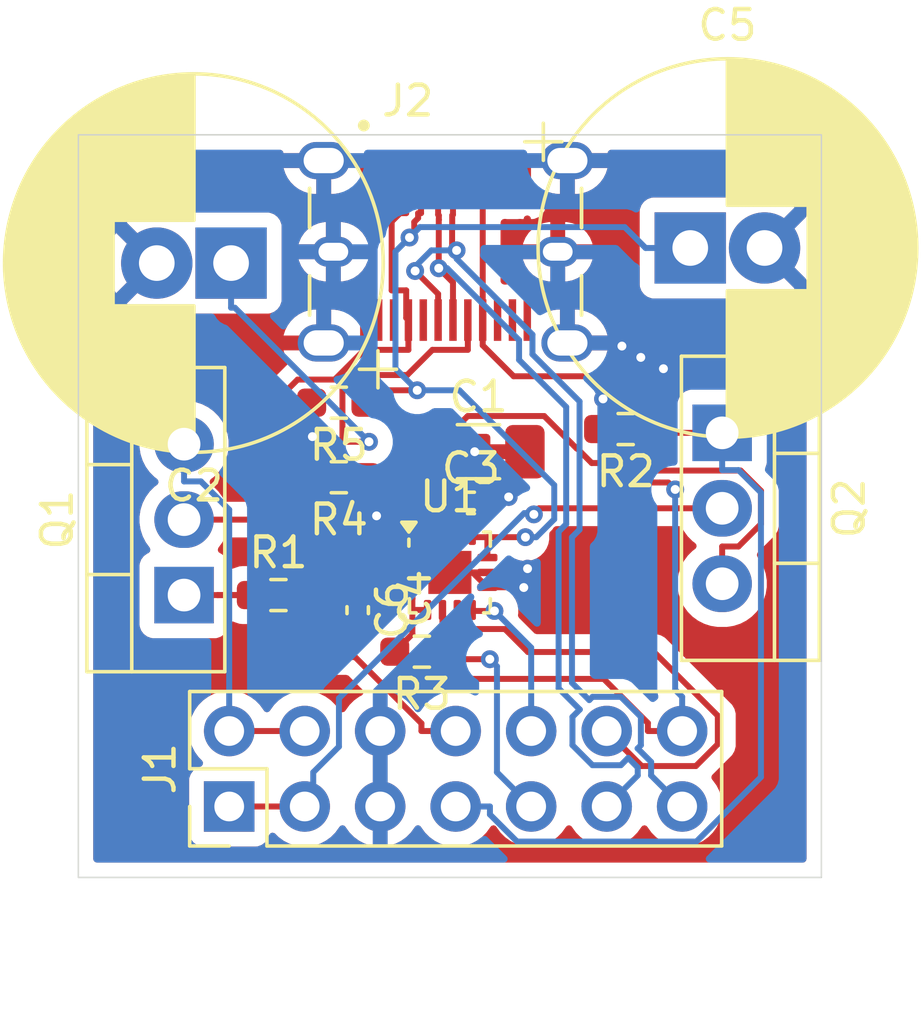
<source format=kicad_pcb>
(kicad_pcb (version 20241229) (generator "pcbnew") (generator_version "9.0")
  (layers (0 "F.Cu" signal) (2 "B.Cu" signal) (13 "F.Paste" user) (15 "B.Paste" user) (5 "F.SilkS" user "F.Silkscreen") (7 "B.SilkS" user "B.Silkscreen") (1 "F.Mask" user) (3 "B.Mask" user) (25 "Edge.Cuts" user))
  (net 0 "")
  (net 1 "+3.3V")
  (net 2 "GND")
  (net 3 "/CC2")
  (net 4 "/CC1")
  (net 5 "/SCL")
  (net 6 "+12V")
  (net 7 "+5V")
  (net 8 "/12_EN")
  (net 9 "/5_EN")
  (net 10 "/D+")
  (net 11 "/INT")
  (net 12 "/D-")
  (net 13 "/SDA")
  (net 14 "VBUS")
  (footprint "Resistor_SMD:R_0603_1608Metric_Pad0.98x0.95mm_HandSolder" (layer "F.Cu") (at 149.225 68.453 180)
    (property "Reference" "R5" (at 0 -1.43 0) (layer "F.SilkS"))
    (property "Value" "5.1k")
    (pad "1" smd roundrect (at -0.9125 0 180) (size 0.975 0.95) (layers "F.Cu" "F.Mask" "F.Paste") (net 4 "/CC1"))
    (pad "2" smd roundrect (at 0.9125 0 180) (size 0.975 0.95) (layers "F.Cu" "F.Mask" "F.Paste") (net 2 "GND"))
  )
  (footprint "Resistor_SMD:R_0603_1608Metric_Pad0.98x0.95mm_HandSolder" (layer "F.Cu") (at 158.877 69.342 180)
    (property "Reference" "R2" (at 0 -1.43 0) (layer "F.SilkS"))
    (property "Value" "1k")
    (pad "1" smd roundrect (at -0.9125 0 180) (size 0.975 0.95) (layers "F.Cu" "F.Mask" "F.Paste") (net 9 "/5_EN"))
    (pad "2" smd roundrect (at 0.9125 0 180) (size 0.975 0.95) (layers "F.Cu" "F.Mask" "F.Paste") (net 2 "GND"))
  )
  (footprint "Capacitor_SMD:C_0402_1005Metric_Pad0.74x0.62mm_HandSolder" (layer "F.Cu") (at 153.67 71.828)
    (property "Reference" "C3" (at 0 -1.16 0) (layer "F.SilkS"))
    (property "Value" "0.1uf")
    (pad "1" smd roundrect (at -0.5675 0) (size 0.735 0.62) (layers "F.Cu" "F.Mask" "F.Paste") (net 1 "+3.3V"))
    (pad "2" smd roundrect (at 0.5675 0) (size 0.735 0.62) (layers "F.Cu" "F.Mask" "F.Paste") (net 2 "GND"))
  )
  (footprint "Resistor_SMD:R_0603_1608Metric_Pad0.98x0.95mm_HandSolder" (layer "F.Cu") (at 149.225 70.963 180)
    (property "Reference" "R4" (at 0 -1.43 0) (layer "F.SilkS"))
    (property "Value" "5.1k")
    (pad "1" smd roundrect (at -0.9125 0 180) (size 0.975 0.95) (layers "F.Cu" "F.Mask" "F.Paste") (net 3 "/CC2"))
    (pad "2" smd roundrect (at 0.9125 0 180) (size 0.975 0.95) (layers "F.Cu" "F.Mask" "F.Paste") (net 2 "GND"))
  )
  (footprint "USB-C:AMPHENOL_12401951E412A" (layer "F.Cu") (at 152.816 63.373)
    (property "Reference" "J2" (at -1.27 -5.08 0) (layer "F.SilkS"))
    (property "Value" "12401951E412A")
    (pad "A1" smd rect (at -2.75 -2.3) (size 0.25 1.4) (layers "F.Cu" "F.Mask" "F.Paste") (net 2 "GND"))
    (pad "A2" smd rect (at -2.25 -2.3) (size 0.25 1.4) (layers "F.Cu" "F.Mask" "F.Paste"))
    (pad "A3" smd rect (at -1.75 -2.3) (size 0.25 1.4) (layers "F.Cu" "F.Mask" "F.Paste"))
    (pad "A4" smd rect (at -1.25 -2.3) (size 0.25 1.4) (layers "F.Cu" "F.Mask" "F.Paste") (net 14 "VBUS"))
    (pad "A5" smd rect (at -0.75 -2.3) (size 0.25 1.4) (layers "F.Cu" "F.Mask" "F.Paste") (net 4 "/CC1"))
    (pad "A6" smd rect (at -0.25 -2.3) (size 0.25 1.4) (layers "F.Cu" "F.Mask" "F.Paste") (net 10 "/D+"))
    (pad "A7" smd rect (at 0.25 -2.3) (size 0.25 1.4) (layers "F.Cu" "F.Mask" "F.Paste") (net 12 "/D-"))
    (pad "A8" smd rect (at 0.75 -2.3) (size 0.25 1.4) (layers "F.Cu" "F.Mask" "F.Paste"))
    (pad "A9" smd rect (at 1.25 -2.3) (size 0.25 1.4) (layers "F.Cu" "F.Mask" "F.Paste") (net 14 "VBUS"))
    (pad "A10" smd rect (at 1.75 -2.3) (size 0.25 1.4) (layers "F.Cu" "F.Mask" "F.Paste"))
    (pad "A11" smd rect (at 2.25 -2.3) (size 0.25 1.4) (layers "F.Cu" "F.Mask" "F.Paste"))
    (pad "A12" smd rect (at 2.75 -2.3) (size 0.25 1.4) (layers "F.Cu" "F.Mask" "F.Paste") (net 2 "GND"))
    (pad "B1" smd rect (at 2.75 2.3) (size 0.25 1.4) (layers "F.Cu" "F.Mask" "F.Paste") (net 2 "GND"))
    (pad "B2" smd rect (at 2.25 2.3) (size 0.25 1.4) (layers "F.Cu" "F.Mask" "F.Paste"))
    (pad "B3" smd rect (at 1.75 2.3) (size 0.25 1.4) (layers "F.Cu" "F.Mask" "F.Paste"))
    (pad "B4" smd rect (at 1.25 2.3) (size 0.25 1.4) (layers "F.Cu" "F.Mask" "F.Paste") (net 14 "VBUS"))
    (pad "B5" smd rect (at 0.75 2.3) (size 0.25 1.4) (layers "F.Cu" "F.Mask" "F.Paste") (net 3 "/CC2"))
    (pad "B6" smd rect (at 0.25 2.3) (size 0.25 1.4) (layers "F.Cu" "F.Mask" "F.Paste") (net 10 "/D+"))
    (pad "B7" smd rect (at -0.25 2.3) (size 0.25 1.4) (layers "F.Cu" "F.Mask" "F.Paste") (net 12 "/D-"))
    (pad "B8" smd rect (at -0.75 2.3) (size 0.25 1.4) (layers "F.Cu" "F.Mask" "F.Paste"))
    (pad "B9" smd rect (at -1.25 2.3) (size 0.25 1.4) (layers "F.Cu" "F.Mask" "F.Paste") (net 14 "VBUS"))
    (pad "B10" smd rect (at -1.75 2.3) (size 0.25 1.4) (layers "F.Cu" "F.Mask" "F.Paste"))
    (pad "B11" smd rect (at -2.25 2.3) (size 0.25 1.4) (layers "F.Cu" "F.Mask" "F.Paste"))
    (pad "B12" smd rect (at -2.75 2.3) (size 0.25 1.4) (layers "F.Cu" "F.Mask" "F.Paste") (net 2 "GND"))
    (pad "SH1" thru_hole oval (at -4.1 -3.07) (size 1.75 1.25) (drill oval 1.35 0.85) (layers "*.Cu" "*.Mask") (net 2 "GND"))
    (pad "SH2" thru_hole oval (at 4.1 -3.07) (size 1.75 1.25) (drill oval 1.35 0.85) (layers "*.Cu" "*.Mask") (net 2 "GND"))
    (pad "SH3" thru_hole oval (at -3.775 0) (size 1.4 1) (drill oval 1 0.6) (layers "*.Cu" "*.Mask") (net 2 "GND"))
    (pad "SH4" thru_hole oval (at 3.775 0) (size 1.4 1) (drill oval 1 0.6) (layers "*.Cu" "*.Mask") (net 2 "GND"))
    (pad "SH5" thru_hole oval (at -4.1 3.07) (size 1.75 1.25) (drill oval 1.35 0.85) (layers "*.Cu" "*.Mask") (net 2 "GND"))
    (pad "SH6" thru_hole oval (at 4.1 3.07) (size 1.75 1.25) (drill oval 1.35 0.85) (layers "*.Cu" "*.Mask") (net 2 "GND"))
  )
  (footprint "Capacitor_THT:CP_Radial_D12.5mm_P2.50mm" (layer "F.Cu") (at 145.6 63.754 180)
    (property "Reference" "C2" (at 1.25 -7.5 0) (layer "F.SilkS"))
    (property "Value" "600pf")
    (pad "1" thru_hole rect (at 0 0 180) (size 2.4 2.4) (drill 1.2) (layers "*.Cu" "*.Mask") (net 3 "/CC2"))
    (pad "2" thru_hole circle (at 2.5 0 180) (size 2.4 2.4) (drill 1.2) (layers "*.Cu" "*.Mask") (net 2 "GND"))
  )
  (footprint "Capacitor_SMD:C_1206_3216Metric_Pad1.33x1.80mm_HandSolder" (layer "F.Cu") (at 153.924 70.104)
    (property "Reference" "C1" (at 0 -1.85 0) (layer "F.SilkS"))
    (property "Value" "220uf")
    (pad "1" smd roundrect (at -1.5625 0) (size 1.325 1.8) (layers "F.Cu" "F.Mask" "F.Paste") (roundrect_rratio 0.188679) (net 1 "+3.3V"))
    (pad "2" smd roundrect (at 1.5625 0) (size 1.325 1.8) (layers "F.Cu" "F.Mask" "F.Paste") (roundrect_rratio 0.188679) (net 2 "GND"))
  )
  (footprint "Connector_PinHeader_2.54mm:PinHeader_2x07_P2.54mm_Vertical" (layer "F.Cu") (at 145.537 82.047 90)
    (property "Reference" "J1" (at 1.27 -2.33 90) (layer "F.SilkS"))
    (property "Value" "Conn_02x07_Odd_Even")
    (pad "1" thru_hole rect (at 0 0 90) (size 1.7 1.7) (drill 1) (layers "*.Cu" "*.Mask") (net 7 "+5V"))
    (pad "2" thru_hole oval (at 2.54 0 90) (size 1.7 1.7) (drill 1) (layers "*.Cu" "*.Mask") (net 6 "+12V"))
    (pad "3" thru_hole oval (at 0 2.54 90) (size 1.7 1.7) (drill 1) (layers "*.Cu" "*.Mask") (net 7 "+5V"))
    (pad "4" thru_hole oval (at 2.54 2.54 90) (size 1.7 1.7) (drill 1) (layers "*.Cu" "*.Mask") (net 6 "+12V"))
    (pad "5" thru_hole oval (at 0 5.08 90) (size 1.7 1.7) (drill 1) (layers "*.Cu" "*.Mask") (net 2 "GND"))
    (pad "6" thru_hole oval (at 2.54 5.08 90) (size 1.7 1.7) (drill 1) (layers "*.Cu" "*.Mask") (net 2 "GND"))
    (pad "7" thru_hole oval (at 0 7.62 90) (size 1.7 1.7) (drill 1) (layers "*.Cu" "*.Mask") (net 9 "/5_EN"))
    (pad "8" thru_hole oval (at 2.54 7.62 90) (size 1.7 1.7) (drill 1) (layers "*.Cu" "*.Mask") (net 8 "/12_EN"))
    (pad "9" thru_hole oval (at 0 10.16 90) (size 1.7 1.7) (drill 1) (layers "*.Cu" "*.Mask") (net 11 "/INT"))
    (pad "10" thru_hole oval (at 2.54 10.16 90) (size 1.7 1.7) (drill 1) (layers "*.Cu" "*.Mask") (net 13 "/SDA"))
    (pad "11" thru_hole oval (at 0 12.7 90) (size 1.7 1.7) (drill 1) (layers "*.Cu" "*.Mask") (net 10 "/D+"))
    (pad "12" thru_hole oval (at 2.54 12.7 90) (size 1.7 1.7) (drill 1) (layers "*.Cu" "*.Mask") (net 5 "/SCL"))
    (pad "13" thru_hole oval (at 0 15.24 90) (size 1.7 1.7) (drill 1) (layers "*.Cu" "*.Mask") (net 12 "/D-"))
    (pad "14" thru_hole oval (at 2.54 15.24 90) (size 1.7 1.7) (drill 1) (layers "*.Cu" "*.Mask") (net 1 "+3.3V"))
  )
  (footprint "Capacitor_SMD:C_0201_0603Metric_Pad0.64x0.40mm_HandSolder" (layer "F.Cu") (at 150.749 75.057 -90)
    (property "Reference" "C4" (at 0 -1.05 90) (layer "F.SilkS"))
    (property "Value" "1uf")
    (pad "1" smd roundrect (at -0.4075 0 270) (size 0.635 0.4) (layers "F.Cu" "F.Mask") (net 1 "+3.3V"))
    (pad "2" smd roundrect (at 0.4075 0 270) (size 0.635 0.4) (layers "F.Cu" "F.Mask") (net 2 "GND"))
  )
  (footprint "Resistor_SMD:R_0603_1608Metric_Pad0.98x0.95mm_HandSolder" (layer "F.Cu") (at 147.193 74.93)
    (property "Reference" "R1" (at 0 -1.43 0) (layer "F.SilkS"))
    (property "Value" "1k")
    (pad "1" smd roundrect (at -0.9125 0) (size 0.975 0.95) (layers "F.Cu" "F.Mask" "F.Paste") (net 8 "/12_EN"))
    (pad "2" smd roundrect (at 0.9125 0) (size 0.975 0.95) (layers "F.Cu" "F.Mask" "F.Paste") (net 2 "GND"))
  )
  (footprint "Capacitor_THT:CP_Radial_D12.5mm_P2.50mm" (layer "F.Cu") (at 161.049 63.246)
    (property "Reference" "C5" (at 1.25 -7.5 0) (layer "F.SilkS"))
    (property "Value" "600pf")
    (pad "1" thru_hole rect (at 0 0) (size 2.4 2.4) (drill 1.2) (layers "*.Cu" "*.Mask") (net 4 "/CC1"))
    (pad "2" thru_hole circle (at 2.5 0) (size 2.4 2.4) (drill 1.2) (layers "*.Cu" "*.Mask") (net 2 "GND"))
  )
  (footprint "Package_TO_SOT_THT:TO-220-3_Vertical" (layer "F.Cu") (at 162.123 69.469 -90)
    (property "Reference" "Q2" (at 2.54 -4.27 90) (layer "F.SilkS"))
    (property "Value" "IRF4905")
    (pad "1" thru_hole rect (at 0 0 270) (size 1.905 2) (drill 1.1) (layers "*.Cu" "*.Mask") (net 9 "/5_EN"))
    (pad "2" thru_hole oval (at 2.54 0 270) (size 1.905 2) (drill 1.1) (layers "*.Cu" "*.Mask") (net 7 "+5V"))
    (pad "3" thru_hole oval (at 5.08 0 270) (size 1.905 2) (drill 1.1) (layers "*.Cu" "*.Mask") (net 14 "VBUS"))
  )
  (footprint "Resistor_SMD:R_0603_1608Metric_Pad0.98x0.95mm_HandSolder" (layer "F.Cu") (at 152.019 76.835 180)
    (property "Reference" "R3" (at 0 -1.43 0) (layer "F.SilkS"))
    (property "Value" "4.7k")
    (pad "1" smd roundrect (at -0.9125 0 180) (size 0.975 0.95) (layers "F.Cu" "F.Mask" "F.Paste") (net 11 "/INT"))
    (pad "2" smd roundrect (at 0.9125 0 180) (size 0.975 0.95) (layers "F.Cu" "F.Mask" "F.Paste") (net 1 "+3.3V"))
  )
  (footprint "Capacitor_SMD:C_0402_1005Metric_Pad0.74x0.62mm_HandSolder" (layer "F.Cu") (at 149.86 75.438 -90)
    (property "Reference" "C6" (at 0 -1.16 90) (layer "F.SilkS"))
    (property "Value" "0.1uf")
    (pad "1" smd roundrect (at -0.5675 0 270) (size 0.735 0.62) (layers "F.Cu" "F.Mask" "F.Paste") (net 1 "+3.3V"))
    (pad "2" smd roundrect (at 0.5675 0 270) (size 0.735 0.62) (layers "F.Cu" "F.Mask" "F.Paste") (net 2 "GND"))
  )
  (footprint "Package_TO_SOT_THT:TO-220-3_Vertical" (layer "F.Cu") (at 144.018 74.93 90)
    (property "Reference" "Q1" (at 2.54 -4.27 90) (layer "F.SilkS"))
    (property "Value" "IRLZ44N")
    (pad "1" thru_hole rect (at 0 0 90) (size 1.905 2) (drill 1.1) (layers "*.Cu" "*.Mask") (net 8 "/12_EN"))
    (pad "2" thru_hole oval (at 2.54 0 90) (size 1.905 2) (drill 1.1) (layers "*.Cu" "*.Mask") (net 14 "VBUS"))
    (pad "3" thru_hole oval (at 5.08 0 90) (size 1.905 2) (drill 1.1) (layers "*.Cu" "*.Mask") (net 6 "+12V"))
  )
  (footprint "Package_DFN_QFN:WQFN-14-1EP_2.5x2.5mm_P0.5mm_EP1.45x1.45mm" (layer "F.Cu") (at 152.962 74.168)
    (property "Reference" "U1" (at 0 -2.55 0) (layer "F.SilkS"))
    (property "Value" "FUSB302BMPX")
    (pad "1" smd roundrect (at -1.2625 -0.5) (size 0.675 0.25) (layers "F.Cu" "F.Mask" "F.Paste") (net 3 "/CC2"))
    (pad "2" smd roundrect (at -1.2625 0) (size 0.675 0.25) (layers "F.Cu" "F.Mask" "F.Paste") (net 14 "VBUS"))
    (pad "3" smd roundrect (at -1.2625 0.5) (size 0.675 0.25) (layers "F.Cu" "F.Mask" "F.Paste") (net 1 "+3.3V"))
    (pad "4" smd roundrect (at -0.75 1.2625) (size 0.25 0.675) (layers "F.Cu" "F.Mask" "F.Paste") (net 1 "+3.3V"))
    (pad "5" smd roundrect (at -0.25 1.2625) (size 0.25 0.675) (layers "F.Cu" "F.Mask" "F.Paste") (net 11 "/INT"))
    (pad "6" smd roundrect (at 0.25 1.2625) (size 0.25 0.675) (layers "F.Cu" "F.Mask" "F.Paste") (net 5 "/SCL"))
    (pad "7" smd roundrect (at 0.75 1.2625) (size 0.25 0.675) (layers "F.Cu" "F.Mask" "F.Paste") (net 13 "/SDA"))
    (pad "8" smd roundrect (at 1.2625 0.5) (size 0.675 0.25) (layers "F.Cu" "F.Mask" "F.Paste") (net 2 "GND"))
    (pad "9" smd roundrect (at 1.2625 0) (size 0.675 0.25) (layers "F.Cu" "F.Mask" "F.Paste") (net 2 "GND"))
    (pad "10" smd roundrect (at 1.2625 -0.5) (size 0.675 0.25) (layers "F.Cu" "F.Mask" "F.Paste") (net 4 "/CC1"))
    (pad "11" smd roundrect (at 0.75 -1.2625) (size 0.25 0.675) (layers "F.Cu" "F.Mask" "F.Paste") (net 4 "/CC1"))
    (pad "12" smd roundrect (at 0.25 -1.2625) (size 0.25 0.675) (layers "F.Cu" "F.Mask" "F.Paste") (net 1 "+3.3V"))
    (pad "13" smd roundrect (at -0.25 -1.2625) (size 0.25 0.675) (layers "F.Cu" "F.Mask" "F.Paste") (net 1 "+3.3V"))
    (pad "14" smd roundrect (at -0.75 -1.2625) (size 0.25 0.675) (layers "F.Cu" "F.Mask" "F.Paste") (net 3 "/CC2"))
    (pad "15" smd rect (at 0 0) (size 1.45 1.45) (property pad_prop_heatsink) (layers "F.Cu" "F.Mask") (net 2 "GND"))
  )
  (gr_rect (start 140.462 59.436) (end 165.462 84.436) (stroke (width 0.05)) (fill no) (layer "Edge.Cuts"))
  (segment (start 159.6919 71.14) (end 159.691872 71.139972) (width 0.2) (layer "F.Cu") (net 1))
  (segment (start 153.212 72.9055) (end 153.212 71.9375) (width 0.2) (layer "F.Cu") (net 1))
  (segment (start 153.102 71.5087) (end 153.1025 71.5092) (width 0.2) (layer "F.Cu") (net 1))
  (segment (start 151.6995 75.0487) (end 151.6995 74.668) (width 0.2) (layer "F.Cu") (net 1))
  (segment (start 157.226 69.99484) (end 156.13416 68.903) (width 0.2) (layer "F.Cu") (net 1))
  (segment (start 151.7 75.4305) (end 152.212 75.4305) (width 0.2) (layer "F.Cu") (net 1))
  (segment (start 151.7 75.0492) (end 151.7 74.668) (width 0.2) (layer "F.Cu") (net 1))
  (segment (start 156.13416 68.903) (end 153.5625 68.903) (width 0.2) (layer "F.Cu") (net 1))
  (segment (start 159.457 70.9051) (end 159.457 70.90506) (width 0.2) (layer "F.Cu") (net 1))
  (segment (start 160.02406 71.14) (end 160.024032 71.140028) (width 0.2) (layer "F.Cu") (net 1))
  (segment (start 151.7 76.242) (end 151.7 75.4305) (width 0.2) (layer "F.Cu") (net 1))
  (segment (start 152.023 77.7515) (end 151.106 76.835) (width 0.2) (layer "F.Cu") (net 1))
  (segment (start 160.777 79.507) (end 159.625 79.507) (width 0.2) (layer "F.Cu") (net 1))
  (segment (start 160.024032 71.140028) (end 159.857933 71.14) (width 0.2) (layer "F.Cu") (net 1))
  (segment (start 152.712 72.9055) (end 153.212 72.9055) (width 0.2) (layer "F.Cu") (net 1))
  (segment (start 157.24384 69.99484) (end 157.226 69.99484) (width 0.2) (layer "F.Cu") (net 1))
  (segment (start 159.457 70.90506) (end 159.037081 70.485) (width 0.2) (layer "F.Cu") (net 1))
  (segment (start 152.732 70.4745) (end 152.3615 70.104) (width 0.2) (layer "F.Cu") (net 1))
  (segment (start 159.691834 71.139972) (end 159.578149 71.026249) (width 0.2) (layer "F.Cu") (net 1))
  (segment (start 151.7 75.0492) (end 151.6995 75.0487) (width 0.2) (layer "F.Cu") (net 1))
  (segment (start 153.102 71.5087) (end 153.102 71.1894) (width 0.2) (layer "F.Cu") (net 1))
  (segment (start 159.578149 71.026249) (end 159.457 70.9051) (width 0.2) (layer "F.Cu") (net 1))
  (segment (start 151.1779 76.7636) (end 151.1779 76.7632) (width 0.2) (layer "F.Cu") (net 1))
  (segment (start 151.106 76.835) (end 151.1779 76.7632) (width 0.2) (layer "F.Cu") (net 1))
  (segment (start 159.037081 70.485) (end 157.734 70.485) (width 0.2) (layer "F.Cu") (net 1))
  (segment (start 159.625 79.2385) (end 158.138 77.7515) (width 0.2) (layer "F.Cu") (net 1))
  (segment (start 159.691872 71.139972) (end 159.691834 71.139972) (width 0.2) (layer "F.Cu") (net 1))
  (segment (start 152.732 70.4745) (end 152.362 70.104) (width 0.2) (layer "F.Cu") (net 1))
  (segment (start 151.1779 76.7632) (end 151.7 76.242) (width 0.2) (layer "F.Cu") (net 1))
  (segment (start 151.7 75.4305) (end 151.7 75.0492) (width 0.2) (layer "F.Cu") (net 1))
  (segment (start 160.542 71.374) (end 160.308 71.14) (width 0.2) (layer "F.Cu") (net 1))
  (segment (start 153.1025 71.5092) (end 153.1025 71.828) (width 0.2) (layer "F.Cu") (net 1))
  (segment (start 153.102 71.1894) (end 153.102 70.845) (width 0.2) (layer "F.Cu") (net 1))
  (segment (start 159.857933 71.14) (end 159.6919 71.14) (width 0.2) (layer "F.Cu") (net 1))
  (segment (start 149.86 74.8705) (end 150.081 74.6495) (width 0.2) (layer "F.Cu") (net 1))
  (segment (start 153.5625 68.903) (end 152.3615 70.104) (width 0.2) (layer "F.Cu") (net 1))
  (segment (start 159.625 79.507) (end 159.625 79.2385) (width 0.2) (layer "F.Cu") (net 1))
  (segment (start 153.102 71.828) (end 153.102 71.5087) (width 0.2) (layer "F.Cu") (net 1))
  (segment (start 150.081 74.6495) (end 150.749 74.6495) (width 0.2) (layer "F.Cu") (net 1))
  (segment (start 151.1065 76.835) (end 151.1779 76.7636) (width 0.2) (layer "F.Cu") (net 1))
  (segment (start 151.681 74.6495) (end 150.749 74.6495) (width 0.2) (layer "F.Cu") (net 1))
  (segment (start 160.308 71.14) (end 160.02406 71.14) (width 0.2) (layer "F.Cu") (net 1))
  (segment (start 157.734 70.485) (end 157.24384 69.99484) (width 0.2) (layer "F.Cu") (net 1))
  (segment (start 153.102 70.845) (end 152.732 70.4745) (width 0.2) (layer "F.Cu") (net 1))
  (segment (start 158.138 77.7515) (end 152.023 77.7515) (width 0.2) (layer "F.Cu") (net 1))
  (segment (start 153.212 71.9375) (end 153.102 71.828) (width 0.2) (layer "F.Cu") (net 1))
  (segment (start 151.7 74.668) (end 151.681 74.6495) (width 0.2) (layer "F.Cu") (net 1))
  (via (at 160.542 71.374) (size 0.6) (drill 0.3) (layers "F.Cu" "B.Cu") (net 1))
  (segment (start 160.542 78.1208) (end 160.542 71.374) (width 0.2) (layer "B.Cu") (net 1))
  (segment (start 160.777 78.3553) (end 160.542 78.1208) (width 0.2) (layer "B.Cu") (net 1))
  (segment (start 160.777 79.507) (end 160.777 78.3553) (width 0.2) (layer "B.Cu") (net 1))
  (segment (start 153.7245 74.168) (end 154.2245 74.668) (width 0.2) (layer "F.Cu") (net 2))
  (segment (start 155.44 74.668) (end 155.448 74.676) (width 0.2) (layer "F.Cu") (net 2))
  (segment (start 152.962 74.168) (end 154.2245 74.168) (width 0.2) (layer "F.Cu") (net 2))
  (segment (start 158.115 69.1915) (end 157.9645 69.342) (width 0.2) (layer "F.Cu") (net 2))
  (segment (start 152.962 74.168) (end 153.7245 74.168) (width 0.2) (layer "F.Cu") (net 2))
  (segment (start 158.115 68.326) (end 158.115 69.1915) (width 0.2) (layer "F.Cu") (net 2))
  (segment (start 154.2245 74.668) (end 155.44 74.668) (width 0.2) (layer "F.Cu") (net 2))
  (segment (start 155.448 74.168) (end 155.575 74.041) (width 0.2) (layer "F.Cu") (net 2))
  (segment (start 154.2245 74.168) (end 155.448 74.168) (width 0.2) (layer "F.Cu") (net 2))
  (via (at 159.385 66.929) (size 0.6) (drill 0.3) (layers "F.Cu" "B.Cu") (net 2))
  (via (at 155.448 74.676) (size 0.6) (drill 0.3) (layers "F.Cu" "B.Cu") (net 2))
  (via (at 158.115 68.326) (size 0.6) (drill 0.3) (layers "F.Cu" "B.Cu") (net 2))
  (via (at 160.147 67.31) (size 0.6) (drill 0.3) (layers "F.Cu" "B.Cu") (net 2))
  (via (at 153.797 70.104) (size 0.6) (drill 0.3) (layers "F.Cu" "B.Cu") (net 2))
  (via (at 150.495 72.263) (size 0.6) (drill 0.3) (layers "F.Cu" "B.Cu") (net 2))
  (via (at 148.336 69.596) (size 0.6) (drill 0.3) (layers "F.Cu" "B.Cu") (net 2))
  (via (at 158.75 66.548) (size 0.6) (drill 0.3) (layers "F.Cu" "B.Cu") (net 2))
  (via (at 155.575 74.041) (size 0.6) (drill 0.3) (layers "F.Cu" "B.Cu") (net 2))
  (via (at 154.94 71.628) (size 0.6) (drill 0.3) (layers "F.Cu" "B.Cu") (net 2))
  (segment (start 152.374 66.6747) (end 151.526 67.5226) (width 0.2) (layer "F.Cu") (net 3))
  (segment (start 151.7 73.418) (end 151.7 73.543) (width 0.2) (layer "F.Cu") (net 3))
  (segment (start 150.27 70.963) (end 152.212 72.9055) (width 0.2) (layer "F.Cu") (net 3))
  (segment (start 153.566 65.673) (end 153.566 66.6747) (width 0.2) (layer "F.Cu") (net 3))
  (segment (start 151.6995 73.5435) (end 151.6995 73.668) (width 0.2) (layer "F.Cu") (net 3))
  (segment (start 152.212 72.9055) (end 151.7 73.418) (width 0.2) (layer "F.Cu") (net 3))
  (segment (start 150.2398 69.7697) (end 149.347 69.7697) (width 0.2) (layer "F.Cu") (net 3))
  (segment (start 149.347 70.1729) (end 150.138 70.963) (width 0.2) (layer "F.Cu") (net 3))
  (segment (start 150.138 70.963) (end 150.204 70.963) (width 0.2) (layer "F.Cu") (net 3))
  (segment (start 151.7 73.543) (end 151.7 73.668) (width 0.2) (layer "F.Cu") (net 3))
  (segment (start 149.347 69.7697) (end 149.347 70.1729) (width 0.2) (layer "F.Cu") (net 3))
  (segment (start 153.566 66.6747) (end 152.374 66.6747) (width 0.2) (layer "F.Cu") (net 3))
  (segment (start 149.816 67.5226) (end 149.347 67.9917) (width 0.2) (layer "F.Cu") (net 3))
  (segment (start 149.347 67.9917) (end 149.347 69.7697) (width 0.2) (layer "F.Cu") (net 3))
  (segment (start 150.204 70.963) (end 150.1375 70.963) (width 0.2) (layer "F.Cu") (net 3))
  (segment (start 150.204 70.963) (end 150.27 70.963) (width 0.2) (layer "F.Cu") (net 3))
  (segment (start 151.526 67.5226) (end 149.816 67.5226) (width 0.2) (layer "F.Cu") (net 3))
  (segment (start 151.7 73.543) (end 151.6995 73.5435) (width 0.2) (layer "F.Cu") (net 3))
  (via (at 150.2398 69.7697) (size 0.6) (drill 0.3) (layers "F.Cu" "B.Cu") (net 3))
  (segment (start 145.7258 65.2557) (end 150.2398 69.7697) (width 0.2) (layer "B.Cu") (net 3))
  (segment (start 145.6 65.2557) (end 145.7258 65.2557) (width 0.2) (layer "B.Cu") (net 3))
  (segment (start 145.6 63.754) (end 145.6 65.2557) (width 0.2) (layer "B.Cu") (net 3))
  (segment (start 150.554 68.0365) (end 150.138 68.453) (width 0.2) (layer "F.Cu") (net 4))
  (segment (start 155.504 72.9815) (end 154.224 72.9815) (width 0.2) (layer "F.Cu") (net 4))
  (segment (start 151.893 62.074) (end 151.992 62.074) (width 0.2) (layer "F.Cu") (net 4))
  (segment (start 151.893 62.2401) (end 151.893 62.074) (width 0.2) (layer "F.Cu") (net 4))
  (segment (start 154.2245 73.668) (end 154.224 73.668) (width 0.2) (layer "F.Cu") (net 4))
  (segment (start 153.788 72.9815) (end 153.712 72.9055) (width 0.2) (layer "F.Cu") (net 4))
  (segment (start 151.603 62.8937) (end 151.763 62.7339) (width 0.2) (layer "F.Cu") (net 4))
  (segment (start 151.992 61.749) (end 152.066 61.675) (width 0.2) (layer "F.Cu") (net 4))
  (segment (start 150.1375 68.453) (end 150.138 68.453) (width 0.2) (layer "F.Cu") (net 4))
  (segment (start 152.066 61.675) (end 152.066 61.073) (width 0.2) (layer "F.Cu") (net 4))
  (segment (start 151.862 68.0365) (end 150.554 68.0365) (width 0.2) (layer "F.Cu") (net 4))
  (segment (start 151.992 62.074) (end 151.992 61.749) (width 0.2) (layer "F.Cu") (net 4))
  (segment (start 154.224 72.9815) (end 154.224 73.668) (width 0.2) (layer "F.Cu") (net 4))
  (segment (start 151.763 62.7339) (end 151.763 62.3703) (width 0.2) (layer "F.Cu") (net 4))
  (segment (start 154.224 72.9815) (end 153.788 72.9815) (width 0.2) (layer "F.Cu") (net 4))
  (segment (start 151.763 62.3703) (end 151.893 62.2401) (width 0.2) (layer "F.Cu") (net 4))
  (via (at 155.504 72.9815) (size 0.6) (drill 0.3) (layers "F.Cu" "B.Cu") (net 4))
  (via (at 151.862 68.0365) (size 0.6) (drill 0.3) (layers "F.Cu" "B.Cu") (net 4))
  (via (at 151.603 62.8937) (size 0.6) (drill 0.3) (layers "F.Cu" "B.Cu") (net 4))
  (segment (start 151.13 63.3667) (end 151.13 67.304) (width 0.2) (layer "B.Cu") (net 4))
  (segment (start 151.13 67.304) (end 151.862 68.0365) (width 0.2) (layer "B.Cu") (net 4))
  (segment (start 151.862 68.0365) (end 153.2825 68.0365) (width 0.2) (layer "B.Cu") (net 4))
  (segment (start 159.5473 63.246) (end 158.8442 62.5429) (width 0.2) (layer "B.Cu") (net 4))
  (segment (start 151.9538 62.5429) (end 151.603 62.8937) (width 0.2) (layer "B.Cu") (net 4))
  (segment (start 156.474 72.375) (end 155.868 72.9815) (width 0.2) (layer "B.Cu") (net 4))
  (segment (start 155.868 72.9815) (end 155.504 72.9815) (width 0.2) (layer "B.Cu") (net 4))
  (segment (start 151.603 62.8937) (end 151.13 63.3667) (width 0.2) (layer "B.Cu") (net 4))
  (segment (start 156.474 71.228) (end 156.474 72.375) (width 0.2) (layer "B.Cu") (net 4))
  (segment (start 161.049 63.246) (end 159.5473 63.246) (width 0.2) (layer "B.Cu") (net 4))
  (segment (start 153.2825 68.0365) (end 156.474 71.228) (width 0.2) (layer "B.Cu") (net 4))
  (segment (start 158.8442 62.5429) (end 151.9538 62.5429) (width 0.2) (layer "B.Cu") (net 4))
  (segment (start 159.83 76.8469) (end 155.5869 76.8469) (width 0.2) (layer "F.Cu") (net 5))
  (segment (start 153.286 75.857798) (end 153.286 75.4305) (width 0.2) (layer "F.Cu") (net 5))
  (segment (start 159.416 80.6855) (end 161.238 80.6855) (width 0.2) (layer "F.Cu") (net 5))
  (segment (start 155.5869 76.8469) (end 154.813 76.073) (width 0.2) (layer "F.Cu") (net 5))
  (segment (start 161.238 80.6855) (end 161.977 79.9472) (width 0.2) (layer "F.Cu") (net 5))
  (segment (start 161.977 78.9939) (end 159.83 76.8469) (width 0.2) (layer "F.Cu") (net 5))
  (segment (start 153.286 75.4305) (end 153.212 75.4305) (width 0.2) (layer "F.Cu") (net 5))
  (segment (start 161.977 79.9472) (end 161.977 78.9939) (width 0.2) (layer "F.Cu") (net 5))
  (segment (start 154.813 76.073) (end 153.501202 76.073) (width 0.2) (layer "F.Cu") (net 5))
  (segment (start 153.501202 76.073) (end 153.286 75.857798) (width 0.2) (layer "F.Cu") (net 5))
  (segment (start 158.237 79.507) (end 159.416 80.6855) (width 0.2) (layer "F.Cu") (net 5))
  (segment (start 148.077 79.507) (end 145.537 79.507) (width 0.2) (layer "F.Cu") (net 6))
  (segment (start 144.018 69.85) (end 144.018 71.1042) (width 0.2) (layer "B.Cu") (net 6))
  (segment (start 144.018 71.1042) (end 144.585 71.1042) (width 0.2) (layer "B.Cu") (net 6))
  (segment (start 144.585 71.1042) (end 145.537 72.056) (width 0.2) (layer "B.Cu") (net 6))
  (segment (start 145.537 72.056) (end 145.537 79.507) (width 0.2) (layer "B.Cu") (net 6))
  (segment (start 155.78669 72.18131) (end 155.959 72.009) (width 0.2) (layer "F.Cu") (net 7))
  (segment (start 155.78669 72.213997) (end 155.78669 72.18131) (width 0.2) (layer "F.Cu") (net 7))
  (segment (start 155.959 72.009) (end 162.123 72.009) (width 0.2) (layer "F.Cu") (net 7))
  (segment (start 148.077 82.047) (end 145.537 82.047) (width 0.2) (layer "F.Cu") (net 7))
  (via (at 155.78669 72.213997) (size 0.6) (drill 0.3) (layers "F.Cu" "B.Cu") (net 7))
  (segment (start 149.229 80.0316) (end 148.365 80.8953) (width 0.2) (layer "B.Cu") (net 7))
  (segment (start 155.743193 72.1705) (end 155.464 72.1705) (width 0.2) (layer "B.Cu") (net 7))
  (segment (start 155.78669 72.213997) (end 155.743193 72.1705) (width 0.2) (layer "B.Cu") (net 7))
  (segment (start 149.229 78.4058) (end 149.229 80.0316) (width 0.2) (layer "B.Cu") (net 7))
  (segment (start 155.464 72.1705) (end 149.229 78.4058) (width 0.2) (layer "B.Cu") (net 7))
  (segment (start 148.365 80.8953) (end 148.365 81.759) (width 0.2) (layer "B.Cu") (net 7))
  (segment (start 148.365 81.759) (end 148.077 82.047) (width 0.2) (layer "B.Cu") (net 7))
  (segment (start 146.28 74.93) (end 148.366 77.0156) (width 0.2) (layer "F.Cu") (net 8))
  (segment (start 145.149 74.93) (end 146.2805 74.93) (width 0.2) (layer "F.Cu") (net 8))
  (segment (start 152.005 79.2489) (end 152.005 79.507) (width 0.2) (layer "F.Cu") (net 8))
  (segment (start 152.005 79.507) (end 153.157 79.507) (width 0.2) (layer "F.Cu") (net 8))
  (segment (start 148.366 77.0156) (end 149.772 77.0156) (width 0.2) (layer "F.Cu") (net 8))
  (segment (start 149.772 77.0156) (end 152.005 79.2489) (width 0.2) (layer "F.Cu") (net 8))
  (segment (start 145.149 74.93) (end 146.28 74.93) (width 0.2) (layer "F.Cu") (net 8))
  (segment (start 144.018 74.93) (end 145.149 74.93) (width 0.2) (layer "F.Cu") (net 8))
  (segment (start 159.916 69.469) (end 159.853 69.4055) (width 0.2) (layer "F.Cu") (net 9))
  (segment (start 159.853 69.4055) (end 159.79 69.342) (width 0.2) (layer "F.Cu") (net 9))
  (segment (start 162.123 69.469) (end 159.916 69.469) (width 0.2) (layer "F.Cu") (net 9))
  (segment (start 159.853 69.4055) (end 159.7895 69.342) (width 0.2) (layer "F.Cu") (net 9))
  (segment (start 155.221 83.2275) (end 161.256 83.2275) (width 0.2) (layer "B.Cu") (net 9))
  (segment (start 161.256 83.2275) (end 163.428 81.0556) (width 0.2) (layer "B.Cu") (net 9))
  (segment (start 162.123 70.7232) (end 162.123 69.469) (width 0.2) (layer "B.Cu") (net 9))
  (segment (start 153.157 82.047) (end 154.309 82.047) (width 0.2) (layer "B.Cu") (net 9))
  (segment (start 154.309 82.3155) (end 155.221 83.2275) (width 0.2) (layer "B.Cu") (net 9))
  (segment (start 163.428 81.0556) (end 163.428 71.4793) (width 0.2) (layer "B.Cu") (net 9))
  (segment (start 163.428 71.4793) (end 162.672 70.7232) (width 0.2) (layer "B.Cu") (net 9))
  (segment (start 162.672 70.7232) (end 162.123 70.7232) (width 0.2) (layer "B.Cu") (net 9))
  (segment (start 154.309 82.047) (end 154.309 82.3155) (width 0.2) (layer "B.Cu") (net 9))
  (segment (start 152.587 62.3021) (end 152.591 62.298) (width 0.2) (layer "F.Cu") (net 10))
  (segment (start 153.066 64.4065) (end 152.587 63.9275) (width 0.2) (layer "F.Cu") (net 10))
  (segment (start 152.591 62.148) (end 152.566 62.123) (width 0.2) (layer "F.Cu") (net 10))
  (segment (start 152.566 62.123) (end 152.566 61.073) (width 0.2) (layer "F.Cu") (net 10))
  (segment (start 153.066 65.673) (end 153.066 64.4065) (width 0.2) (layer "F.Cu") (net 10))
  (segment (start 152.587 63.9275) (end 152.587 62.3021) (width 0.2) (layer "F.Cu") (net 10))
  (segment (start 152.591 62.298) (end 152.591 62.148) (width 0.2) (layer "F.Cu") (net 10))
  (via (at 152.587 63.9275) (size 0.6) (drill 0.3) (layers "F.Cu" "B.Cu") (net 10))
  (segment (start 156.875 68.5982) (end 156.875 72.5411) (width 0.2) (layer "B.Cu") (net 10))
  (segment (start 156.875 72.5411) (end 156.62 72.7964) (width 0.2) (layer "B.Cu") (net 10))
  (segment (start 157.086 79.0302) (end 157.086 79.9838) (width 0.2) (layer "B.Cu") (net 10))
  (segment (start 156.62 78.0712) (end 157.333 78.7837) (width 0.2) (layer "B.Cu") (net 10))
  (segment (start 152.87 63.9275) (end 155.29 66.3477) (width 0.2) (layer "B.Cu") (net 10))
  (segment (start 159.282 80.7332) (end 159.282 81.002) (width 0.2) (layer "B.Cu") (net 10))
  (segment (start 152.587 63.9275) (end 152.87 63.9275) (width 0.2) (layer "B.Cu") (net 10))
  (segment (start 158.714 80.658) (end 158.96 80.4115) (width 0.2) (layer "B.Cu") (net 10))
  (segment (start 155.29 66.3477) (end 155.29 67.0129) (width 0.2) (layer "B.Cu") (net 10))
  (segment (start 157.086 79.9838) (end 157.76 80.658) (width 0.2) (layer "B.Cu") (net 10))
  (segment (start 157.76 80.658) (end 158.714 80.658) (width 0.2) (layer "B.Cu") (net 10))
  (segment (start 156.62 72.7964) (end 156.62 78.0712) (width 0.2) (layer "B.Cu") (net 10))
  (segment (start 155.29 67.0129) (end 156.875 68.5982) (width 0.2) (layer "B.Cu") (net 10))
  (segment (start 158.96 80.4115) (end 159.282 80.7332) (width 0.2) (layer "B.Cu") (net 10))
  (segment (start 157.333 78.7837) (end 157.086 79.0302) (width 0.2) (layer "B.Cu") (net 10))
  (segment (start 159.282 81.002) (end 158.237 82.047) (width 0.2) (layer "B.Cu") (net 10))
  (segment (start 152.9315 76.835) (end 152.8591 76.7626) (width 0.2) (layer "F.Cu") (net 11))
  (segment (start 152.8591 76.7623) (end 152.932 76.835) (width 0.2) (layer "F.Cu") (net 11))
  (segment (start 152.8591 76.7626) (end 152.8591 76.7623) (width 0.2) (layer "F.Cu") (net 11))
  (segment (start 152.712 76.6155) (end 152.8591 76.7623) (width 0.2) (layer "F.Cu") (net 11))
  (segment (start 153.1855 77.089) (end 152.9315 76.835) (width 0.2) (layer "F.Cu") (net 11))
  (segment (start 154.305 77.089) (end 153.1855 77.089) (width 0.2) (layer "F.Cu") (net 11))
  (segment (start 152.712 75.4305) (end 152.712 76.6155) (width 0.2) (layer "F.Cu") (net 11))
  (via (at 154.305 77.089) (size 0.6) (drill 0.3) (layers "F.Cu" "B.Cu") (net 11))
  (segment (start 155.697 82.047) (end 154.546 80.896) (width 0.2) (layer "B.Cu") (net 11))
  (segment (start 154.546 77.33) (end 154.305 77.089) (width 0.2) (layer "B.Cu") (net 11))
  (segment (start 154.546 80.896) (end 154.546 77.33) (width 0.2) (layer "B.Cu") (net 11))
  (segment (start 152.566 65.673) (end 152.566 64.7933) (width 0.2) (layer "F.Cu") (net 12))
  (segment (start 153.037 63.1754) (end 153.188 63.3265) (width 0.2) (layer "F.Cu") (net 12))
  (segment (start 152.566 64.7933) (end 151.792 64.0195) (width 0.2) (layer "F.Cu") (net 12))
  (segment (start 153.037 62.4743) (end 153.037 63.1754) (width 0.2) (layer "F.Cu") (net 12))
  (segment (start 153.041 62.148) (end 153.041 62.4702) (width 0.2) (layer "F.Cu") (net 12))
  (segment (start 153.041 62.4702) (end 153.037 62.4743) (width 0.2) (layer "F.Cu") (net 12))
  (segment (start 153.066 62.123) (end 153.041 62.148) (width 0.2) (layer "F.Cu") (net 12))
  (segment (start 153.066 61.073) (end 153.066 62.123) (width 0.2) (layer "F.Cu") (net 12))
  (via (at 151.792 64.0195) (size 0.6) (drill 0.3) (layers "F.Cu" "B.Cu") (net 12))
  (via (at 153.188 63.3265) (size 0.6) (drill 0.3) (layers "F.Cu" "B.Cu") (net 12))
  (segment (start 157.76 78.356) (end 157.651 78.4655) (width 0.2) (layer "B.Cu") (net 12))
  (segment (start 159.278 80.0933) (end 159.388 79.9838) (width 0.2) (layer "B.Cu") (net 12))
  (segment (start 157.07 72.9828) (end 157.325 72.7275) (width 0.2) (layer "B.Cu") (net 12))
  (segment (start 159.388 79.9838) (end 159.388 79.0302) (width 0.2) (layer "B.Cu") (net 12))
  (segment (start 157.07 77.8848) (end 157.07 72.9828) (width 0.2) (layer "B.Cu") (net 12))
  (segment (start 152.338 63.3265) (end 153.188 63.3265) (width 0.2) (layer "B.Cu") (net 12))
  (segment (start 155.74 66.8266) (end 155.74 66.1613) (width 0.2) (layer "B.Cu") (net 12))
  (segment (start 151.792 64.0195) (end 151.792 63.8723) (width 0.2) (layer "B.Cu") (net 12))
  (segment (start 159.732 81.002) (end 159.732 80.5468) (width 0.2) (layer "B.Cu") (net 12))
  (segment (start 151.792 63.8723) (end 152.338 63.3265) (width 0.2) (layer "B.Cu") (net 12))
  (segment (start 159.388 79.0302) (end 158.714 78.356) (width 0.2) (layer "B.Cu") (net 12))
  (segment (start 158.714 78.356) (end 157.76 78.356) (width 0.2) (layer "B.Cu") (net 12))
  (segment (start 159.732 80.5468) (end 159.278 80.0933) (width 0.2) (layer "B.Cu") (net 12))
  (segment (start 153.188 63.6093) (end 153.188 63.3265) (width 0.2) (layer "B.Cu") (net 12))
  (segment (start 157.325 72.7275) (end 157.325 68.4118) (width 0.2) (layer "B.Cu") (net 12))
  (segment (start 160.777 82.047) (end 159.732 81.002) (width 0.2) (layer "B.Cu") (net 12))
  (segment (start 155.74 66.1613) (end 153.188 63.6093) (width 0.2) (layer "B.Cu") (net 12))
  (segment (start 157.651 78.4655) (end 157.07 77.8848) (width 0.2) (layer "B.Cu") (net 12))
  (segment (start 157.325 68.4118) (end 155.74 66.8266) (width 0.2) (layer "B.Cu") (net 12))
  (segment (start 153.746 75.4646) (end 153.712 75.4305) (width 0.2) (layer "F.Cu") (net 13))
  (segment (start 154.462 75.4646) (end 153.746 75.4646) (width 0.2) (layer "F.Cu") (net 13))
  (via (at 154.462 75.4646) (size 0.6) (drill 0.3) (layers "F.Cu" "B.Cu") (net 13))
  (segment (start 155.697 79.507) (end 155.697 76.6995) (width 0.2) (layer "B.Cu") (net 13))
  (segment (start 155.697 76.6995) (end 154.462 75.4646) (width 0.2) (layer "B.Cu") (net 13))
  (segment (start 163.429 71.4219) (end 163.429 72.5372) (width 0.2) (layer "F.Cu") (net 14))
  (segment (start 147.839 67.6754) (end 147.522 67.9917) (width 0.2) (layer "F.Cu") (net 14))
  (segment (start 151.566 61.073) (end 151.566 60.0713) (width 0.2) (layer "F.Cu") (net 14))
  (segment (start 154.066 61.073) (end 154.066 65.673) (width 0.2) (layer "F.Cu") (net 14))
  (segment (start 151.6995 74.168) (end 151.7 74.168) (width 0.2) (layer "F.Cu") (net 14))
  (segment (start 155.1066 67.564) (end 158.496 67.564) (width 0.2) (layer "F.Cu") (net 14))
  (segment (start 163.429 72.5372) (end 162.672 73.2948) (width 0.2) (layer "F.Cu") (net 14))
  (segment (start 162.123 73.2948) (end 162.123 74.549) (width 0.2) (layer "F.Cu") (net 14))
  (segment (start 159.001 68.874866) (end 159.001 69.809134) (width 0.2) (layer "F.Cu") (net 14))
  (segment (start 151.492 61.147) (end 151.492 62.074) (width 0.2) (layer "F.Cu") (net 14))
  (segment (start 150.087 66.6747) (end 149.086 67.6754) (width 0.2) (layer "F.Cu") (net 14))
  (segment (start 159.131 68.199) (end 159.131 68.744866) (width 0.2) (layer "F.Cu") (net 14))
  (segment (start 159.858 70.739) (end 162.746 70.739) (width 0.2) (layer "F.Cu") (net 14))
  (segment (start 151.003 62.357) (end 151.003 64.672) (width 0.2) (layer "F.Cu") (net 14))
  (segment (start 154.066 66.5234) (end 155.1066 67.564) (width 0.2) (layer "F.Cu") (net 14))
  (segment (start 147.522 67.9917) (end 147.522 72.39) (width 0.2) (layer "F.Cu") (net 14))
  (segment (start 159.131 69.939134) (end 159.131 70.012) (width 0.2) (layer "F.Cu") (net 14))
  (segment (start 151.492 65.599) (end 151.566 65.673) (width 0.2) (layer "F.Cu") (net 14))
  (segment (start 151.492 64.672) (end 151.492 65.599) (width 0.2) (layer "F.Cu") (net 14))
  (segment (start 144.018 72.39) (end 147.522 72.39) (width 0.2) (layer "F.Cu") (net 14))
  (segment (start 154.066 65.673) (end 154.066 66.5234) (width 0.2) (layer "F.Cu") (net 14))
  (segment (start 151.566 61.073) (end 151.492 61.147) (width 0.2) (layer "F.Cu") (net 14))
  (segment (start 158.496 67.564) (end 159.131 68.199) (width 0.2) (layer "F.Cu") (net 14))
  (segment (start 154.066 60.0713) (end 154.066 61.073) (width 0.2) (layer "F.Cu") (net 14))
  (segment (start 159.131 70.012) (end 159.858 70.739) (width 0.2) (layer "F.Cu") (net 14))
  (segment (start 162.746 70.739) (end 163.429 71.4219) (width 0.2) (layer "F.Cu") (net 14))
  (segment (start 162.672 73.2948) (end 162.123 73.2948) (width 0.2) (layer "F.Cu") (net 14))
  (segment (start 159.131 68.744866) (end 159.001 68.874866) (width 0.2) (layer "F.Cu") (net 14))
  (segment (start 149.086 67.6754) (end 147.839 67.6754) (width 0.2) (layer "F.Cu") (net 14))
  (segment (start 151.566 65.673) (end 151.566 66.6747) (width 0.2) (layer "F.Cu") (net 14))
  (segment (start 151.566 66.6747) (end 150.087 66.6747) (width 0.2) (layer "F.Cu") (net 14))
  (segment (start 151.492 62.074) (end 151.286 62.074) (width 0.2) (layer "F.Cu") (net 14))
  (segment (start 151.003 64.672) (end 151.492 64.672) (width 0.2) (layer "F.Cu") (net 14))
  (segment (start 151.346 74.168) (end 151.6995 74.168) (width 0.2) (layer "F.Cu") (net 14))
  (segment (start 151.566 60.0713) (end 154.066 60.0713) (width 0.2) (layer "F.Cu") (net 14))
  (segment (start 147.522 72.39) (end 149.568 72.39) (width 0.2) (layer "F.Cu") (net 14))
  (segment (start 149.568 72.39) (end 151.346 74.168) (width 0.2) (layer "F.Cu") (net 14))
  (segment (start 151.286 62.074) (end 151.003 62.357) (width 0.2) (layer "F.Cu") (net 14))
  (segment (start 159.001 69.809134) (end 159.131 69.939134) (width 0.2) (layer "F.Cu") (net 14))
  (zone (net 2) (net_name "GND") (layers "F.Cu" "B.Cu") (connect_pads (clearance 0.5)) (min_thickness 0.25) (fill yes (thermal_gap 0.5) (thermal_bridge_width 0.5))
    (polygon (pts (xy 140.462 59.436) (xy 165.481 59.436) (xy 165.481 84.455) (xy 140.462 84.328)))
  )
)
</source>
